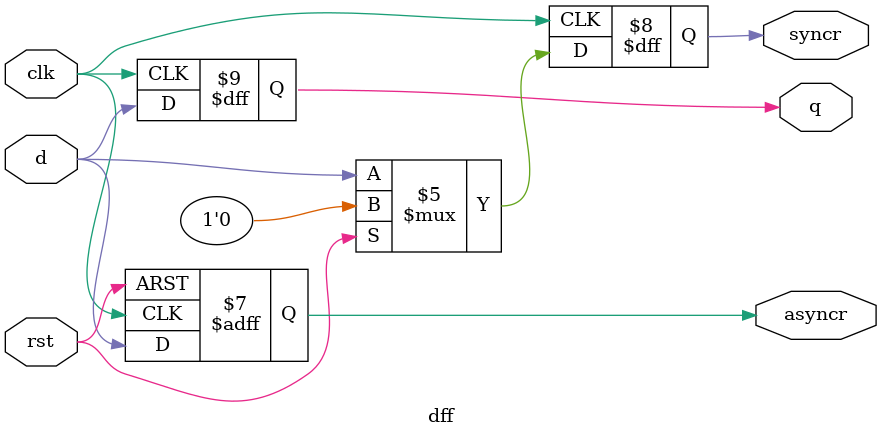
<source format=sv>
module dff(input logic d,input logic clk,
           input logic rst, output logic q,
           output logic syncr,output logic asyncr);
  always_ff@(posedge clk)  
    q<=d;   //output for non-ressatable ff
  always_ff@(posedge clk)  // for syncrhonus reset logic
    begin
    if(rst)
      syncr<=1'd0; 
  else
   syncr <=d; // output for synchronous reset ff 
    end
  always_ff@(posedge clk or posedge rst) //for asynchronus reset logic
    begin
    if(rst)
      asyncr<=1'd0; //outpt for asynchronous reset ff
  else
    asyncr<=d;
    end 
endmodule
  
      
  

  

</source>
